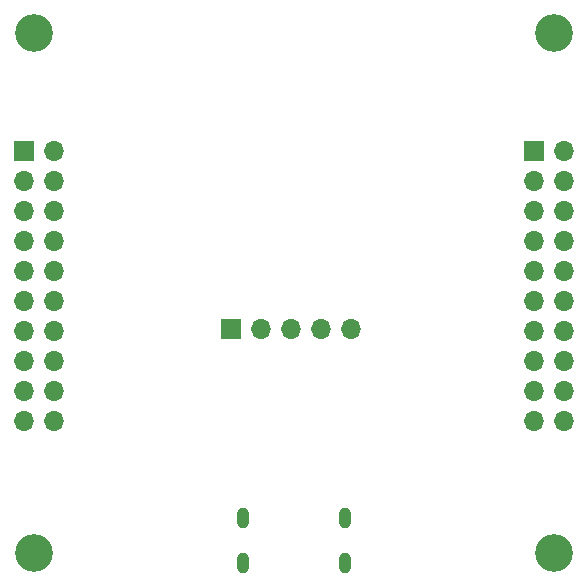
<source format=gbr>
%TF.GenerationSoftware,KiCad,Pcbnew,(5.1.10-1-10_14)*%
%TF.CreationDate,2021-10-31T18:44:30+08:00*%
%TF.ProjectId,esp32solo_devboard,65737033-3273-46f6-9c6f-5f646576626f,rev?*%
%TF.SameCoordinates,Original*%
%TF.FileFunction,Soldermask,Bot*%
%TF.FilePolarity,Negative*%
%FSLAX46Y46*%
G04 Gerber Fmt 4.6, Leading zero omitted, Abs format (unit mm)*
G04 Created by KiCad (PCBNEW (5.1.10-1-10_14)) date 2021-10-31 18:44:30*
%MOMM*%
%LPD*%
G01*
G04 APERTURE LIST*
%ADD10O,1.700000X1.700000*%
%ADD11R,1.700000X1.700000*%
%ADD12C,3.200000*%
%ADD13O,0.999998X1.799996*%
G04 APERTURE END LIST*
D10*
%TO.C,J3*%
X129860000Y-78030000D03*
X127320000Y-78030000D03*
X124780000Y-78030000D03*
X122240000Y-78030000D03*
D11*
X119700000Y-78030000D03*
%TD*%
D10*
%TO.C,J2*%
X147860000Y-85860000D03*
X145320000Y-85860000D03*
X147860000Y-83320000D03*
X145320000Y-83320000D03*
X147860000Y-80780000D03*
X145320000Y-80780000D03*
X147860000Y-78240000D03*
X145320000Y-78240000D03*
X147860000Y-75700000D03*
X145320000Y-75700000D03*
X147860000Y-73160000D03*
X145320000Y-73160000D03*
X147860000Y-70620000D03*
X145320000Y-70620000D03*
X147860000Y-68080000D03*
X145320000Y-68080000D03*
X147860000Y-65540000D03*
X145320000Y-65540000D03*
X147860000Y-63000000D03*
D11*
X145320000Y-63000000D03*
%TD*%
D10*
%TO.C,J1*%
X104680000Y-85860000D03*
X102140000Y-85860000D03*
X104680000Y-83320000D03*
X102140000Y-83320000D03*
X104680000Y-80780000D03*
X102140000Y-80780000D03*
X104680000Y-78240000D03*
X102140000Y-78240000D03*
X104680000Y-75700000D03*
X102140000Y-75700000D03*
X104680000Y-73160000D03*
X102140000Y-73160000D03*
X104680000Y-70620000D03*
X102140000Y-70620000D03*
X104680000Y-68080000D03*
X102140000Y-68080000D03*
X104680000Y-65540000D03*
X102140000Y-65540000D03*
X104680000Y-63000000D03*
D11*
X102140000Y-63000000D03*
%TD*%
D12*
%TO.C,H4*%
X147000000Y-97000000D03*
%TD*%
%TO.C,H3*%
X103000000Y-97000000D03*
%TD*%
%TO.C,H2*%
X147000000Y-53000000D03*
%TD*%
%TO.C,H1*%
X103000000Y-53000000D03*
%TD*%
D13*
%TO.C,P1*%
X129320159Y-97900047D03*
X129320159Y-94099953D03*
X120680095Y-97900047D03*
X120680095Y-94099953D03*
%TD*%
M02*

</source>
